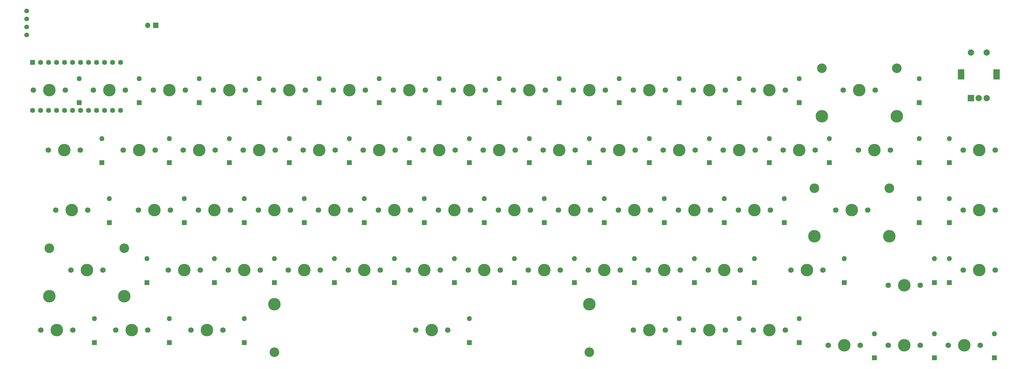
<source format=gts>
%TF.GenerationSoftware,KiCad,Pcbnew,(6.0.8)*%
%TF.CreationDate,2023-03-19T19:58:51-07:00*%
%TF.ProjectId,Dissatisfaction65,44697373-6174-4697-9366-616374696f6e,rev?*%
%TF.SameCoordinates,Original*%
%TF.FileFunction,Soldermask,Top*%
%TF.FilePolarity,Negative*%
%FSLAX46Y46*%
G04 Gerber Fmt 4.6, Leading zero omitted, Abs format (unit mm)*
G04 Created by KiCad (PCBNEW (6.0.8)) date 2023-03-19 19:58:51*
%MOMM*%
%LPD*%
G01*
G04 APERTURE LIST*
%ADD10R,1.600000X1.600000*%
%ADD11O,1.600000X1.600000*%
%ADD12C,3.987800*%
%ADD13C,1.750000*%
%ADD14C,3.048000*%
%ADD15R,2.000000X2.000000*%
%ADD16C,2.000000*%
%ADD17R,2.000000X3.200000*%
%ADD18R,1.700000X1.700000*%
%ADD19O,1.700000X1.700000*%
%ADD20C,1.524000*%
%ADD21C,1.600000*%
G04 APERTURE END LIST*
D10*
X34925000Y-49212500D03*
D11*
X34925000Y-41592500D03*
D10*
X53975000Y-49212500D03*
D11*
X53975000Y-41592500D03*
D10*
X73025000Y-49212500D03*
D11*
X73025000Y-41592500D03*
D10*
X92075000Y-49212500D03*
D11*
X92075000Y-41592500D03*
D10*
X111125000Y-49212500D03*
D11*
X111125000Y-41592500D03*
D10*
X130175000Y-49212500D03*
D11*
X130175000Y-41592500D03*
D10*
X149225000Y-49212500D03*
D11*
X149225000Y-41592500D03*
D10*
X168275000Y-49212500D03*
D11*
X168275000Y-41592500D03*
D10*
X187325000Y-49212500D03*
D11*
X187325000Y-41592500D03*
D10*
X206375000Y-49212500D03*
D11*
X206375000Y-41592500D03*
D10*
X225425000Y-49212500D03*
D11*
X225425000Y-41592500D03*
D10*
X244475000Y-49212500D03*
D11*
X244475000Y-41592500D03*
D10*
X263525000Y-49212500D03*
D11*
X263525000Y-41592500D03*
D10*
X301625000Y-49212500D03*
D11*
X301625000Y-41592500D03*
D10*
X42068750Y-68262500D03*
D11*
X42068750Y-60642500D03*
D10*
X63500000Y-68262500D03*
D11*
X63500000Y-60642500D03*
D10*
X82550000Y-68262500D03*
D11*
X82550000Y-60642500D03*
D10*
X101600000Y-68262500D03*
D11*
X101600000Y-60642500D03*
D10*
X120650000Y-68262500D03*
D11*
X120650000Y-60642500D03*
D10*
X139700000Y-68262500D03*
D11*
X139700000Y-60642500D03*
D10*
X158750000Y-68262500D03*
D11*
X158750000Y-60642500D03*
D10*
X177800000Y-68262500D03*
D11*
X177800000Y-60642500D03*
D10*
X196850000Y-68262500D03*
D11*
X196850000Y-60642500D03*
D10*
X215900000Y-68262500D03*
D11*
X215900000Y-60642500D03*
D10*
X234950000Y-68262500D03*
D11*
X234950000Y-60642500D03*
D10*
X254000000Y-68262500D03*
D11*
X254000000Y-60642500D03*
D10*
X273050000Y-68262500D03*
D11*
X273050000Y-60642500D03*
D10*
X301625000Y-68262500D03*
D11*
X301625000Y-60642500D03*
D10*
X311150000Y-68262500D03*
D11*
X311150000Y-60642500D03*
D10*
X44450000Y-87312500D03*
D11*
X44450000Y-79692500D03*
D10*
X68262500Y-87312500D03*
D11*
X68262500Y-79692500D03*
D10*
X87312500Y-87312500D03*
D11*
X87312500Y-79692500D03*
D10*
X106362500Y-87312500D03*
D11*
X106362500Y-79692500D03*
D10*
X125412500Y-87312500D03*
D11*
X125412500Y-79692500D03*
D10*
X144462500Y-87312500D03*
D11*
X144462500Y-79692500D03*
D10*
X163512500Y-87312500D03*
D11*
X163512500Y-79692500D03*
D10*
X182562500Y-87312500D03*
D11*
X182562500Y-79692500D03*
D10*
X201612500Y-87312500D03*
D11*
X201612500Y-79692500D03*
D10*
X220662500Y-87312500D03*
D11*
X220662500Y-79692500D03*
D10*
X239712500Y-87312500D03*
D11*
X239712500Y-79692500D03*
D10*
X258762500Y-87312500D03*
D11*
X258762500Y-79692500D03*
D10*
X301625000Y-87312500D03*
D11*
X301625000Y-79692500D03*
D10*
X311150000Y-87312500D03*
D11*
X311150000Y-79692500D03*
D10*
X56356250Y-106362500D03*
D11*
X56356250Y-98742500D03*
D10*
X77787500Y-106362500D03*
D11*
X77787500Y-98742500D03*
D10*
X96837500Y-106362500D03*
D11*
X96837500Y-98742500D03*
D10*
X115887500Y-106362500D03*
D11*
X115887500Y-98742500D03*
D10*
X134937500Y-106362500D03*
D11*
X134937500Y-98742500D03*
D10*
X153987500Y-106362500D03*
D11*
X153987500Y-98742500D03*
D10*
X173037500Y-106362500D03*
D11*
X173037500Y-98742500D03*
D10*
X192087500Y-106362500D03*
D11*
X192087500Y-98742500D03*
D10*
X211137500Y-106362500D03*
D11*
X211137500Y-98742500D03*
D10*
X230187500Y-106362500D03*
D11*
X230187500Y-98742500D03*
D10*
X249237500Y-106362500D03*
D11*
X249237500Y-98742500D03*
D10*
X277812500Y-106362500D03*
D11*
X277812500Y-98742500D03*
D10*
X306387500Y-106362500D03*
D11*
X306387500Y-98742500D03*
D10*
X311150000Y-106362500D03*
D11*
X311150000Y-98742500D03*
D10*
X39687500Y-125412500D03*
D11*
X39687500Y-117792500D03*
D10*
X63500000Y-125412500D03*
D11*
X63500000Y-117792500D03*
D10*
X87312500Y-125412500D03*
D11*
X87312500Y-117792500D03*
D10*
X158750000Y-125412500D03*
D11*
X158750000Y-117792500D03*
D10*
X225425000Y-125412500D03*
D11*
X225425000Y-117792500D03*
D10*
X244475000Y-125412500D03*
D11*
X244475000Y-117792500D03*
D10*
X263525000Y-125412500D03*
D11*
X263525000Y-117792500D03*
D10*
X287337500Y-130175000D03*
D11*
X287337500Y-122555000D03*
D10*
X306387500Y-130175000D03*
D11*
X306387500Y-122555000D03*
D10*
X325437500Y-130175000D03*
D11*
X325437500Y-122555000D03*
D12*
X201612500Y-102393750D03*
D13*
X206692500Y-102393750D03*
X196532500Y-102393750D03*
D12*
X220662500Y-102393750D03*
D13*
X225742500Y-102393750D03*
X215582500Y-102393750D03*
D12*
X215900000Y-45243750D03*
D13*
X220980000Y-45243750D03*
X210820000Y-45243750D03*
X49530000Y-45243750D03*
D12*
X44450000Y-45243750D03*
D13*
X39370000Y-45243750D03*
D12*
X63500000Y-45243750D03*
D13*
X58420000Y-45243750D03*
X68580000Y-45243750D03*
X77470000Y-45243750D03*
X87630000Y-45243750D03*
D12*
X82550000Y-45243750D03*
D13*
X96520000Y-45243750D03*
X106680000Y-45243750D03*
D12*
X101600000Y-45243750D03*
X120650000Y-45243750D03*
D13*
X115570000Y-45243750D03*
X125730000Y-45243750D03*
X134620000Y-45243750D03*
D12*
X139700000Y-45243750D03*
D13*
X144780000Y-45243750D03*
D12*
X158750000Y-45243750D03*
D13*
X163830000Y-45243750D03*
X153670000Y-45243750D03*
X172720000Y-45243750D03*
D12*
X177800000Y-45243750D03*
D13*
X182880000Y-45243750D03*
X191770000Y-45243750D03*
X201930000Y-45243750D03*
D12*
X196850000Y-45243750D03*
D13*
X254317500Y-83343750D03*
X244157500Y-83343750D03*
D12*
X249237500Y-83343750D03*
X234950000Y-45243750D03*
D13*
X229870000Y-45243750D03*
X240030000Y-45243750D03*
X234632500Y-102393750D03*
D12*
X239712500Y-102393750D03*
D13*
X244792500Y-102393750D03*
D12*
X230187500Y-83343750D03*
D13*
X235267500Y-83343750D03*
X225107500Y-83343750D03*
X259080000Y-45243750D03*
D12*
X254000000Y-45243750D03*
D13*
X248920000Y-45243750D03*
X239395000Y-64293750D03*
X249555000Y-64293750D03*
D12*
X244475000Y-64293750D03*
X287337500Y-64293750D03*
D13*
X292417500Y-64293750D03*
X282257500Y-64293750D03*
D12*
X263525000Y-64293750D03*
D13*
X258445000Y-64293750D03*
X268605000Y-64293750D03*
D12*
X58737500Y-83343750D03*
D13*
X63817500Y-83343750D03*
X53657500Y-83343750D03*
X139382500Y-102393750D03*
D12*
X144462500Y-102393750D03*
D13*
X149542500Y-102393750D03*
D14*
X294481250Y-38258750D03*
D13*
X277495000Y-45243750D03*
D14*
X270668750Y-38258750D03*
D12*
X282575000Y-45243750D03*
X270668750Y-53498750D03*
D13*
X287655000Y-45243750D03*
D12*
X294481250Y-53498750D03*
D13*
X111442500Y-102393750D03*
X101282500Y-102393750D03*
D12*
X106362500Y-102393750D03*
D13*
X37623750Y-83343750D03*
D12*
X32543750Y-83343750D03*
D13*
X27463750Y-83343750D03*
X101917500Y-83343750D03*
X91757500Y-83343750D03*
D12*
X96837500Y-83343750D03*
D13*
X315595000Y-64293750D03*
X325755000Y-64293750D03*
D12*
X320675000Y-64293750D03*
X296862500Y-126206250D03*
D13*
X301942500Y-126206250D03*
X291782500Y-126206250D03*
X97155000Y-64293750D03*
X86995000Y-64293750D03*
D12*
X92075000Y-64293750D03*
X320675000Y-102393750D03*
D13*
X325755000Y-102393750D03*
X315595000Y-102393750D03*
D12*
X280193750Y-83343750D03*
X292100000Y-91598750D03*
D13*
X285273750Y-83343750D03*
D14*
X268287500Y-76358750D03*
D13*
X275113750Y-83343750D03*
D14*
X292100000Y-76358750D03*
D12*
X268287500Y-91598750D03*
X25400000Y-45243750D03*
D13*
X20320000Y-45243750D03*
X30480000Y-45243750D03*
X110807500Y-83343750D03*
D12*
X115887500Y-83343750D03*
D13*
X120967500Y-83343750D03*
X229870000Y-121443750D03*
D12*
X234950000Y-121443750D03*
D13*
X240030000Y-121443750D03*
X140017500Y-83343750D03*
D12*
X134937500Y-83343750D03*
D13*
X129857500Y-83343750D03*
X159067500Y-83343750D03*
X148907500Y-83343750D03*
D12*
X153987500Y-83343750D03*
D13*
X325755000Y-83343750D03*
X315595000Y-83343750D03*
D12*
X320675000Y-83343750D03*
D13*
X182245000Y-64293750D03*
X192405000Y-64293750D03*
D12*
X187325000Y-64293750D03*
D13*
X167957500Y-83343750D03*
X178117500Y-83343750D03*
D12*
X173037500Y-83343750D03*
X192087500Y-83343750D03*
D13*
X197167500Y-83343750D03*
X187007500Y-83343750D03*
X216217500Y-83343750D03*
D12*
X211137500Y-83343750D03*
D13*
X206057500Y-83343750D03*
X70326250Y-121443750D03*
D12*
X75406250Y-121443750D03*
D13*
X80486250Y-121443750D03*
X32861250Y-121443750D03*
X22701250Y-121443750D03*
D12*
X27781250Y-121443750D03*
D13*
X272732500Y-126206250D03*
X282892500Y-126206250D03*
D12*
X277812500Y-126206250D03*
D13*
X32226250Y-102393750D03*
D12*
X25400000Y-110648750D03*
D14*
X49212500Y-95408750D03*
D13*
X42386250Y-102393750D03*
D12*
X37306250Y-102393750D03*
D14*
X25400000Y-95408750D03*
D12*
X49212500Y-110648750D03*
X182562500Y-102393750D03*
D13*
X177482500Y-102393750D03*
X187642500Y-102393750D03*
X158432500Y-102393750D03*
D12*
X163512500Y-102393750D03*
D13*
X168592500Y-102393750D03*
D12*
X206375000Y-64293750D03*
D13*
X201295000Y-64293750D03*
X211455000Y-64293750D03*
D12*
X225425000Y-64293750D03*
D13*
X220345000Y-64293750D03*
X230505000Y-64293750D03*
X48895000Y-64293750D03*
D12*
X53975000Y-64293750D03*
D13*
X59055000Y-64293750D03*
X116205000Y-64293750D03*
D12*
X111125000Y-64293750D03*
D13*
X106045000Y-64293750D03*
X210820000Y-121443750D03*
X220980000Y-121443750D03*
D12*
X215900000Y-121443750D03*
X254000000Y-121443750D03*
D13*
X248920000Y-121443750D03*
X259080000Y-121443750D03*
X310832500Y-126206250D03*
D12*
X315912500Y-126206250D03*
D13*
X320992500Y-126206250D03*
X260826250Y-102393750D03*
D12*
X265906250Y-102393750D03*
D13*
X270986250Y-102393750D03*
D12*
X77787500Y-83343750D03*
D13*
X82867500Y-83343750D03*
X72707500Y-83343750D03*
D12*
X96843850Y-113188750D03*
D14*
X96843850Y-128428750D03*
D13*
X141763750Y-121443750D03*
D12*
X196843650Y-113188750D03*
D14*
X196843650Y-128428750D03*
D13*
X151923750Y-121443750D03*
D12*
X146843750Y-121443750D03*
X130175000Y-64293750D03*
D13*
X135255000Y-64293750D03*
X125095000Y-64293750D03*
D12*
X30162500Y-64293750D03*
D13*
X25082500Y-64293750D03*
X35242500Y-64293750D03*
X173355000Y-64293750D03*
D12*
X168275000Y-64293750D03*
D13*
X163195000Y-64293750D03*
X301942500Y-107156250D03*
D12*
X296862500Y-107156250D03*
D13*
X291782500Y-107156250D03*
X130492500Y-102393750D03*
D12*
X125412500Y-102393750D03*
D13*
X120332500Y-102393750D03*
D12*
X73025000Y-64293750D03*
D13*
X67945000Y-64293750D03*
X78105000Y-64293750D03*
X46513750Y-121443750D03*
D12*
X51593750Y-121443750D03*
D13*
X56673750Y-121443750D03*
X82232500Y-102393750D03*
X92392500Y-102393750D03*
D12*
X87312500Y-102393750D03*
D13*
X154305000Y-64293750D03*
X144145000Y-64293750D03*
D12*
X149225000Y-64293750D03*
D13*
X63182500Y-102393750D03*
X73342500Y-102393750D03*
D12*
X68262500Y-102393750D03*
D15*
X318008000Y-47752000D03*
D16*
X323008000Y-47752000D03*
X320508000Y-47752000D03*
D17*
X326108000Y-40252000D03*
X314908000Y-40252000D03*
D16*
X323008000Y-33252000D03*
X318008000Y-33252000D03*
D18*
X59200000Y-24600000D03*
D19*
X56660000Y-24600000D03*
D20*
X18250000Y-20090000D03*
X18250000Y-22630000D03*
X18250000Y-25170000D03*
X18250000Y-27710000D03*
D10*
X20060000Y-36410000D03*
D21*
X22600000Y-36410000D03*
X25140000Y-36410000D03*
X27680000Y-36410000D03*
X30220000Y-36410000D03*
X32760000Y-36410000D03*
X35300000Y-36410000D03*
X37840000Y-36410000D03*
X40380000Y-36410000D03*
X42920000Y-36410000D03*
X45460000Y-36410000D03*
X48000000Y-36410000D03*
X48000000Y-51650000D03*
X45460000Y-51650000D03*
X42920000Y-51650000D03*
X40380000Y-51650000D03*
X37840000Y-51650000D03*
X35300000Y-51650000D03*
X32760000Y-51650000D03*
X30220000Y-51650000D03*
X27680000Y-51650000D03*
X25140000Y-51650000D03*
X22600000Y-51650000D03*
X20060000Y-51650000D03*
M02*

</source>
